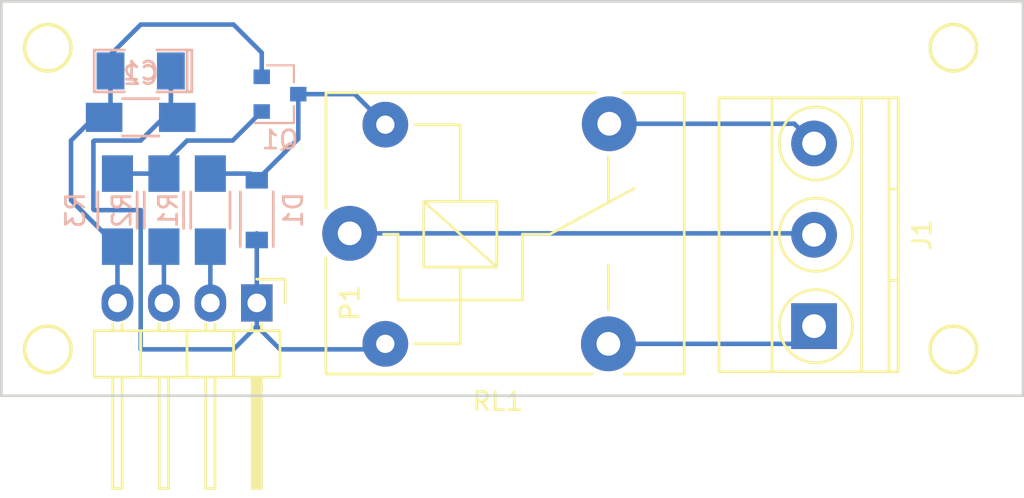
<source format=kicad_pcb>
(kicad_pcb (version 4) (host pcbnew 4.0.5)

  (general
    (links 18)
    (no_connects 0)
    (area 173.914999 76.124999 229.945001 97.865001)
    (thickness 1.6)
    (drawings 8)
    (tracks 51)
    (zones 0)
    (modules 10)
    (nets 10)
  )

  (page A4)
  (layers
    (0 F.Cu signal)
    (31 B.Cu signal)
    (32 B.Adhes user)
    (33 F.Adhes user)
    (34 B.Paste user)
    (35 F.Paste user)
    (36 B.SilkS user)
    (37 F.SilkS user)
    (38 B.Mask user)
    (39 F.Mask user)
    (40 Dwgs.User user)
    (41 Cmts.User user)
    (42 Eco1.User user)
    (43 Eco2.User user)
    (44 Edge.Cuts user)
    (45 Margin user)
    (46 B.CrtYd user)
    (47 F.CrtYd user)
    (48 B.Fab user)
    (49 F.Fab user)
  )

  (setup
    (last_trace_width 0.25)
    (trace_clearance 0.2)
    (zone_clearance 0.508)
    (zone_45_only no)
    (trace_min 0.2)
    (segment_width 0.2)
    (edge_width 0.15)
    (via_size 0.6)
    (via_drill 0.4)
    (via_min_size 0.4)
    (via_min_drill 0.3)
    (uvia_size 0.3)
    (uvia_drill 0.1)
    (uvias_allowed no)
    (uvia_min_size 0.2)
    (uvia_min_drill 0.1)
    (pcb_text_width 0.3)
    (pcb_text_size 1.5 1.5)
    (mod_edge_width 0.15)
    (mod_text_size 1 1)
    (mod_text_width 0.15)
    (pad_size 2.032 1.7272)
    (pad_drill 1.016)
    (pad_to_mask_clearance 0.2)
    (aux_axis_origin 173.99 97.79)
    (grid_origin 173.99 97.79)
    (visible_elements FFFFFF7F)
    (pcbplotparams
      (layerselection 0x00030_80000001)
      (usegerberextensions false)
      (excludeedgelayer true)
      (linewidth 0.100000)
      (plotframeref false)
      (viasonmask false)
      (mode 1)
      (useauxorigin false)
      (hpglpennumber 1)
      (hpglpenspeed 20)
      (hpglpendiameter 15)
      (hpglpenoverlay 2)
      (psnegative false)
      (psa4output false)
      (plotreference true)
      (plotvalue true)
      (plotinvisibletext false)
      (padsonsilk false)
      (subtractmaskfromsilk false)
      (outputformat 1)
      (mirror false)
      (drillshape 1)
      (scaleselection 1)
      (outputdirectory ""))
  )

  (net 0 "")
  (net 1 "Net-(C1-Pad1)")
  (net 2 GND)
  (net 3 "Net-(D1-Pad2)")
  (net 4 "Net-(P1-Pad3)")
  (net 5 "Net-(Q1-Pad1)")
  (net 6 "Net-(R1-Pad2)")
  (net 7 "Net-(J1-Pad3)")
  (net 8 "Net-(J1-Pad1)")
  (net 9 "Net-(J1-Pad2)")

  (net_class Default "Это класс цепей по умолчанию."
    (clearance 0.2)
    (trace_width 0.25)
    (via_dia 0.6)
    (via_drill 0.4)
    (uvia_dia 0.3)
    (uvia_drill 0.1)
    (add_net GND)
    (add_net "Net-(C1-Pad1)")
    (add_net "Net-(D1-Pad2)")
    (add_net "Net-(J1-Pad1)")
    (add_net "Net-(J1-Pad2)")
    (add_net "Net-(J1-Pad3)")
    (add_net "Net-(P1-Pad3)")
    (add_net "Net-(Q1-Pad1)")
    (add_net "Net-(R1-Pad2)")
  )

  (module SMD_Packages:SMD-1206_Pol (layer B.Cu) (tedit 5862F83D) (tstamp 5862F549)
    (at 181.61 80.01 180)
    (path /58632112)
    (attr smd)
    (fp_text reference C1 (at 0 0 180) (layer B.SilkS)
      (effects (font (size 1 1) (thickness 0.15)) (justify mirror))
    )
    (fp_text value 10,0 (at 0 0 180) (layer B.Fab) hide
      (effects (font (size 1 1) (thickness 0.15)) (justify mirror))
    )
    (fp_line (start -2.54 1.143) (end -2.794 1.143) (layer B.SilkS) (width 0.15))
    (fp_line (start -2.794 1.143) (end -2.794 -1.143) (layer B.SilkS) (width 0.15))
    (fp_line (start -2.794 -1.143) (end -2.54 -1.143) (layer B.SilkS) (width 0.15))
    (fp_line (start -2.54 1.143) (end -2.54 -1.143) (layer B.SilkS) (width 0.15))
    (fp_line (start -2.54 -1.143) (end -0.889 -1.143) (layer B.SilkS) (width 0.15))
    (fp_line (start 0.889 1.143) (end 2.54 1.143) (layer B.SilkS) (width 0.15))
    (fp_line (start 2.54 1.143) (end 2.54 -1.143) (layer B.SilkS) (width 0.15))
    (fp_line (start 2.54 -1.143) (end 0.889 -1.143) (layer B.SilkS) (width 0.15))
    (fp_line (start -0.889 1.143) (end -2.54 1.143) (layer B.SilkS) (width 0.15))
    (pad 1 smd rect (at -1.651 0 180) (size 1.524 2.032) (layers B.Cu B.Paste B.Mask)
      (net 1 "Net-(C1-Pad1)"))
    (pad 2 smd rect (at 1.651 0 180) (size 1.524 2.032) (layers B.Cu B.Paste B.Mask)
      (net 2 GND))
    (model SMD_Packages.3dshapes/SMD-1206_Pol.wrl
      (at (xyz 0 0 0))
      (scale (xyz 0.17 0.16 0.16))
      (rotate (xyz 0 0 0))
    )
  )

  (module Capacitors_SMD:C_1206_HandSoldering (layer B.Cu) (tedit 5862F836) (tstamp 5862F54F)
    (at 181.61 82.55 180)
    (descr "Capacitor SMD 1206, hand soldering")
    (tags "capacitor 1206")
    (path /586320BD)
    (attr smd)
    (fp_text reference C2 (at 0 2.3 180) (layer B.SilkS)
      (effects (font (size 1 1) (thickness 0.15)) (justify mirror))
    )
    (fp_text value 0,1 (at 0 -2.3 180) (layer B.Fab) hide
      (effects (font (size 1 1) (thickness 0.15)) (justify mirror))
    )
    (fp_line (start -1.6 -0.8) (end -1.6 0.8) (layer B.Fab) (width 0.15))
    (fp_line (start 1.6 -0.8) (end -1.6 -0.8) (layer B.Fab) (width 0.15))
    (fp_line (start 1.6 0.8) (end 1.6 -0.8) (layer B.Fab) (width 0.15))
    (fp_line (start -1.6 0.8) (end 1.6 0.8) (layer B.Fab) (width 0.15))
    (fp_line (start -3.3 1.15) (end 3.3 1.15) (layer B.CrtYd) (width 0.05))
    (fp_line (start -3.3 -1.15) (end 3.3 -1.15) (layer B.CrtYd) (width 0.05))
    (fp_line (start -3.3 1.15) (end -3.3 -1.15) (layer B.CrtYd) (width 0.05))
    (fp_line (start 3.3 1.15) (end 3.3 -1.15) (layer B.CrtYd) (width 0.05))
    (fp_line (start 1 1.025) (end -1 1.025) (layer B.SilkS) (width 0.15))
    (fp_line (start -1 -1.025) (end 1 -1.025) (layer B.SilkS) (width 0.15))
    (pad 1 smd rect (at -2 0 180) (size 2 1.6) (layers B.Cu B.Paste B.Mask)
      (net 1 "Net-(C1-Pad1)"))
    (pad 2 smd rect (at 2 0 180) (size 2 1.6) (layers B.Cu B.Paste B.Mask)
      (net 2 GND))
    (model Capacitors_SMD.3dshapes/C_1206_HandSoldering.wrl
      (at (xyz 0 0 0))
      (scale (xyz 1 1 1))
      (rotate (xyz 0 0 0))
    )
  )

  (module Diodes_SMD:SOD-123 (layer B.Cu) (tedit 5862F81F) (tstamp 5862F555)
    (at 187.96 87.63 90)
    (descr SOD-123)
    (tags SOD-123)
    (path /58631ECA)
    (attr smd)
    (fp_text reference D1 (at 0 2 90) (layer B.SilkS)
      (effects (font (size 1 1) (thickness 0.15)) (justify mirror))
    )
    (fp_text value 1N4148W (at 0 -2.1 90) (layer B.Fab) hide
      (effects (font (size 1 1) (thickness 0.15)) (justify mirror))
    )
    (fp_line (start 0.25 0) (end 0.75 0) (layer B.Fab) (width 0.15))
    (fp_line (start 0.25 -0.4) (end -0.35 0) (layer B.Fab) (width 0.15))
    (fp_line (start 0.25 0.4) (end 0.25 -0.4) (layer B.Fab) (width 0.15))
    (fp_line (start -0.35 0) (end 0.25 0.4) (layer B.Fab) (width 0.15))
    (fp_line (start -0.35 0) (end -0.35 -0.55) (layer B.Fab) (width 0.15))
    (fp_line (start -0.35 0) (end -0.35 0.55) (layer B.Fab) (width 0.15))
    (fp_line (start -0.75 0) (end -0.35 0) (layer B.Fab) (width 0.15))
    (fp_line (start -1.35 -0.8) (end -1.35 0.8) (layer B.Fab) (width 0.15))
    (fp_line (start 1.35 -0.8) (end -1.35 -0.8) (layer B.Fab) (width 0.15))
    (fp_line (start 1.35 0.8) (end 1.35 -0.8) (layer B.Fab) (width 0.15))
    (fp_line (start -1.35 0.8) (end 1.35 0.8) (layer B.Fab) (width 0.15))
    (fp_line (start -2.25 1.05) (end 2.25 1.05) (layer B.CrtYd) (width 0.05))
    (fp_line (start 2.25 1.05) (end 2.25 -1.05) (layer B.CrtYd) (width 0.05))
    (fp_line (start 2.25 -1.05) (end -2.25 -1.05) (layer B.CrtYd) (width 0.05))
    (fp_line (start -2.25 1.05) (end -2.25 -1.05) (layer B.CrtYd) (width 0.05))
    (fp_line (start -2 -0.9) (end 1 -0.9) (layer B.SilkS) (width 0.15))
    (fp_line (start -2 0.9) (end 1 0.9) (layer B.SilkS) (width 0.15))
    (pad 1 smd rect (at -1.635 0 90) (size 0.91 1.22) (layers B.Cu B.Paste B.Mask)
      (net 1 "Net-(C1-Pad1)"))
    (pad 2 smd rect (at 1.635 0 90) (size 0.91 1.22) (layers B.Cu B.Paste B.Mask)
      (net 3 "Net-(D1-Pad2)"))
    (model ${KISYS3DMOD}/Diodes_SMD.3dshapes/SOD-123.wrl
      (at (xyz 0 0 0))
      (scale (xyz 1 1 1))
      (rotate (xyz 0 0 0))
    )
  )

  (module Pin_Headers:Pin_Header_Angled_1x04 (layer F.Cu) (tedit 5862FF91) (tstamp 5862F55D)
    (at 187.96 92.71 270)
    (descr "Through hole pin header")
    (tags "pin header")
    (path /58632258)
    (fp_text reference P1 (at 0 -5.1 270) (layer F.SilkS)
      (effects (font (size 1 1) (thickness 0.15)))
    )
    (fp_text value CONN_01X04 (at 0 -3.1 270) (layer F.Fab) hide
      (effects (font (size 1 1) (thickness 0.15)))
    )
    (fp_line (start -1.5 -1.75) (end -1.5 9.4) (layer F.CrtYd) (width 0.05))
    (fp_line (start 10.65 -1.75) (end 10.65 9.4) (layer F.CrtYd) (width 0.05))
    (fp_line (start -1.5 -1.75) (end 10.65 -1.75) (layer F.CrtYd) (width 0.05))
    (fp_line (start -1.5 9.4) (end 10.65 9.4) (layer F.CrtYd) (width 0.05))
    (fp_line (start -1.3 -1.55) (end -1.3 0) (layer F.SilkS) (width 0.15))
    (fp_line (start 0 -1.55) (end -1.3 -1.55) (layer F.SilkS) (width 0.15))
    (fp_line (start 4.191 -0.127) (end 10.033 -0.127) (layer F.SilkS) (width 0.15))
    (fp_line (start 10.033 -0.127) (end 10.033 0.127) (layer F.SilkS) (width 0.15))
    (fp_line (start 10.033 0.127) (end 4.191 0.127) (layer F.SilkS) (width 0.15))
    (fp_line (start 4.191 0.127) (end 4.191 0) (layer F.SilkS) (width 0.15))
    (fp_line (start 4.191 0) (end 10.033 0) (layer F.SilkS) (width 0.15))
    (fp_line (start 1.524 -0.254) (end 1.143 -0.254) (layer F.SilkS) (width 0.15))
    (fp_line (start 1.524 0.254) (end 1.143 0.254) (layer F.SilkS) (width 0.15))
    (fp_line (start 1.524 2.286) (end 1.143 2.286) (layer F.SilkS) (width 0.15))
    (fp_line (start 1.524 2.794) (end 1.143 2.794) (layer F.SilkS) (width 0.15))
    (fp_line (start 1.524 4.826) (end 1.143 4.826) (layer F.SilkS) (width 0.15))
    (fp_line (start 1.524 5.334) (end 1.143 5.334) (layer F.SilkS) (width 0.15))
    (fp_line (start 1.524 7.874) (end 1.143 7.874) (layer F.SilkS) (width 0.15))
    (fp_line (start 1.524 7.366) (end 1.143 7.366) (layer F.SilkS) (width 0.15))
    (fp_line (start 1.524 -1.27) (end 4.064 -1.27) (layer F.SilkS) (width 0.15))
    (fp_line (start 1.524 1.27) (end 4.064 1.27) (layer F.SilkS) (width 0.15))
    (fp_line (start 1.524 1.27) (end 1.524 3.81) (layer F.SilkS) (width 0.15))
    (fp_line (start 1.524 3.81) (end 4.064 3.81) (layer F.SilkS) (width 0.15))
    (fp_line (start 4.064 2.286) (end 10.16 2.286) (layer F.SilkS) (width 0.15))
    (fp_line (start 10.16 2.286) (end 10.16 2.794) (layer F.SilkS) (width 0.15))
    (fp_line (start 10.16 2.794) (end 4.064 2.794) (layer F.SilkS) (width 0.15))
    (fp_line (start 4.064 3.81) (end 4.064 1.27) (layer F.SilkS) (width 0.15))
    (fp_line (start 4.064 1.27) (end 4.064 -1.27) (layer F.SilkS) (width 0.15))
    (fp_line (start 10.16 0.254) (end 4.064 0.254) (layer F.SilkS) (width 0.15))
    (fp_line (start 10.16 -0.254) (end 10.16 0.254) (layer F.SilkS) (width 0.15))
    (fp_line (start 4.064 -0.254) (end 10.16 -0.254) (layer F.SilkS) (width 0.15))
    (fp_line (start 1.524 1.27) (end 4.064 1.27) (layer F.SilkS) (width 0.15))
    (fp_line (start 1.524 -1.27) (end 1.524 1.27) (layer F.SilkS) (width 0.15))
    (fp_line (start 1.524 6.35) (end 4.064 6.35) (layer F.SilkS) (width 0.15))
    (fp_line (start 1.524 6.35) (end 1.524 8.89) (layer F.SilkS) (width 0.15))
    (fp_line (start 1.524 8.89) (end 4.064 8.89) (layer F.SilkS) (width 0.15))
    (fp_line (start 4.064 7.366) (end 10.16 7.366) (layer F.SilkS) (width 0.15))
    (fp_line (start 10.16 7.366) (end 10.16 7.874) (layer F.SilkS) (width 0.15))
    (fp_line (start 10.16 7.874) (end 4.064 7.874) (layer F.SilkS) (width 0.15))
    (fp_line (start 4.064 8.89) (end 4.064 6.35) (layer F.SilkS) (width 0.15))
    (fp_line (start 4.064 6.35) (end 4.064 3.81) (layer F.SilkS) (width 0.15))
    (fp_line (start 10.16 5.334) (end 4.064 5.334) (layer F.SilkS) (width 0.15))
    (fp_line (start 10.16 4.826) (end 10.16 5.334) (layer F.SilkS) (width 0.15))
    (fp_line (start 4.064 4.826) (end 10.16 4.826) (layer F.SilkS) (width 0.15))
    (fp_line (start 1.524 6.35) (end 4.064 6.35) (layer F.SilkS) (width 0.15))
    (fp_line (start 1.524 3.81) (end 1.524 6.35) (layer F.SilkS) (width 0.15))
    (fp_line (start 1.524 3.81) (end 4.064 3.81) (layer F.SilkS) (width 0.15))
    (pad 1 thru_hole rect (at 0 0 270) (size 2.032 1.7272) (drill 1.016) (layers *.Cu *.Mask)
      (net 1 "Net-(C1-Pad1)"))
    (pad 2 thru_hole oval (at 0 2.54 270) (size 2.032 1.7272) (drill 1.016) (layers *.Cu *.Mask)
      (net 6 "Net-(R1-Pad2)"))
    (pad 3 thru_hole oval (at 0 5.08 270) (size 2.032 1.7272) (drill 1.016) (layers *.Cu *.Mask)
      (net 4 "Net-(P1-Pad3)"))
    (pad 4 thru_hole oval (at 0 7.62 270) (size 2.032 1.7272) (drill 1.016) (layers *.Cu *.Mask)
      (net 2 GND))
    (model Pin_Headers.3dshapes/Pin_Header_Angled_1x04.wrl
      (at (xyz 0 -0.15 0))
      (scale (xyz 1 1 1))
      (rotate (xyz 0 0 90))
    )
  )

  (module TO_SOT_Packages_SMD:SOT-23 (layer B.Cu) (tedit 5862F82F) (tstamp 5862F564)
    (at 189.23 81.28)
    (descr "SOT-23, Standard")
    (tags SOT-23)
    (path /58631FB6)
    (attr smd)
    (fp_text reference Q1 (at 0 2.5) (layer B.SilkS)
      (effects (font (size 1 1) (thickness 0.15)) (justify mirror))
    )
    (fp_text value BC817-40 (at 0 -2.5) (layer B.Fab) hide
      (effects (font (size 1 1) (thickness 0.15)) (justify mirror))
    )
    (fp_line (start 0.76 -1.58) (end 0.76 -0.65) (layer B.SilkS) (width 0.12))
    (fp_line (start 0.76 1.58) (end 0.76 0.65) (layer B.SilkS) (width 0.12))
    (fp_line (start 0.7 1.52) (end 0.7 -1.52) (layer B.Fab) (width 0.15))
    (fp_line (start -0.7 -1.52) (end 0.7 -1.52) (layer B.Fab) (width 0.15))
    (fp_line (start -1.7 1.75) (end 1.7 1.75) (layer B.CrtYd) (width 0.05))
    (fp_line (start 1.7 1.75) (end 1.7 -1.75) (layer B.CrtYd) (width 0.05))
    (fp_line (start 1.7 -1.75) (end -1.7 -1.75) (layer B.CrtYd) (width 0.05))
    (fp_line (start -1.7 -1.75) (end -1.7 1.75) (layer B.CrtYd) (width 0.05))
    (fp_line (start 0.76 1.58) (end -1.4 1.58) (layer B.SilkS) (width 0.12))
    (fp_line (start -0.7 1.52) (end 0.7 1.52) (layer B.Fab) (width 0.15))
    (fp_line (start -0.7 1.52) (end -0.7 -1.52) (layer B.Fab) (width 0.15))
    (fp_line (start 0.76 -1.58) (end -0.7 -1.58) (layer B.SilkS) (width 0.12))
    (pad 1 smd rect (at -1 0.95) (size 0.9 0.8) (layers B.Cu B.Paste B.Mask)
      (net 5 "Net-(Q1-Pad1)"))
    (pad 2 smd rect (at -1 -0.95) (size 0.9 0.8) (layers B.Cu B.Paste B.Mask)
      (net 2 GND))
    (pad 3 smd rect (at 1 0) (size 0.9 0.8) (layers B.Cu B.Paste B.Mask)
      (net 3 "Net-(D1-Pad2)"))
    (model TO_SOT_Packages_SMD.3dshapes/SOT-23.wrl
      (at (xyz 0 0 0))
      (scale (xyz 1 1 1))
      (rotate (xyz 0 0 90))
    )
  )

  (module Resistors_SMD:R_1206_HandSoldering (layer B.Cu) (tedit 5862F816) (tstamp 5862F56A)
    (at 185.42 87.63 270)
    (descr "Resistor SMD 1206, hand soldering")
    (tags "resistor 1206")
    (path /58632364)
    (attr smd)
    (fp_text reference R1 (at 0 2.3 270) (layer B.SilkS)
      (effects (font (size 1 1) (thickness 0.15)) (justify mirror))
    )
    (fp_text value 1k (at 0 -2.3 270) (layer B.Fab) hide
      (effects (font (size 1 1) (thickness 0.15)) (justify mirror))
    )
    (fp_line (start -1.6 -0.8) (end -1.6 0.8) (layer B.Fab) (width 0.1))
    (fp_line (start 1.6 -0.8) (end -1.6 -0.8) (layer B.Fab) (width 0.1))
    (fp_line (start 1.6 0.8) (end 1.6 -0.8) (layer B.Fab) (width 0.1))
    (fp_line (start -1.6 0.8) (end 1.6 0.8) (layer B.Fab) (width 0.1))
    (fp_line (start -3.3 1.2) (end 3.3 1.2) (layer B.CrtYd) (width 0.05))
    (fp_line (start -3.3 -1.2) (end 3.3 -1.2) (layer B.CrtYd) (width 0.05))
    (fp_line (start -3.3 1.2) (end -3.3 -1.2) (layer B.CrtYd) (width 0.05))
    (fp_line (start 3.3 1.2) (end 3.3 -1.2) (layer B.CrtYd) (width 0.05))
    (fp_line (start 1 -1.075) (end -1 -1.075) (layer B.SilkS) (width 0.15))
    (fp_line (start -1 1.075) (end 1 1.075) (layer B.SilkS) (width 0.15))
    (pad 1 smd rect (at -2 0 270) (size 2 1.7) (layers B.Cu B.Paste B.Mask)
      (net 3 "Net-(D1-Pad2)"))
    (pad 2 smd rect (at 2 0 270) (size 2 1.7) (layers B.Cu B.Paste B.Mask)
      (net 6 "Net-(R1-Pad2)"))
    (model Resistors_SMD.3dshapes/R_1206_HandSoldering.wrl
      (at (xyz 0 0 0))
      (scale (xyz 1 1 1))
      (rotate (xyz 0 0 0))
    )
  )

  (module Resistors_SMD:R_1206_HandSoldering (layer B.Cu) (tedit 5862F80C) (tstamp 5862F570)
    (at 182.88 87.63 270)
    (descr "Resistor SMD 1206, hand soldering")
    (tags "resistor 1206")
    (path /58632086)
    (attr smd)
    (fp_text reference R2 (at 0 2.3 270) (layer B.SilkS)
      (effects (font (size 1 1) (thickness 0.15)) (justify mirror))
    )
    (fp_text value 560 (at 0 -2.3 270) (layer B.Fab) hide
      (effects (font (size 1 1) (thickness 0.15)) (justify mirror))
    )
    (fp_line (start -1.6 -0.8) (end -1.6 0.8) (layer B.Fab) (width 0.1))
    (fp_line (start 1.6 -0.8) (end -1.6 -0.8) (layer B.Fab) (width 0.1))
    (fp_line (start 1.6 0.8) (end 1.6 -0.8) (layer B.Fab) (width 0.1))
    (fp_line (start -1.6 0.8) (end 1.6 0.8) (layer B.Fab) (width 0.1))
    (fp_line (start -3.3 1.2) (end 3.3 1.2) (layer B.CrtYd) (width 0.05))
    (fp_line (start -3.3 -1.2) (end 3.3 -1.2) (layer B.CrtYd) (width 0.05))
    (fp_line (start -3.3 1.2) (end -3.3 -1.2) (layer B.CrtYd) (width 0.05))
    (fp_line (start 3.3 1.2) (end 3.3 -1.2) (layer B.CrtYd) (width 0.05))
    (fp_line (start 1 -1.075) (end -1 -1.075) (layer B.SilkS) (width 0.15))
    (fp_line (start -1 1.075) (end 1 1.075) (layer B.SilkS) (width 0.15))
    (pad 1 smd rect (at -2 0 270) (size 2 1.7) (layers B.Cu B.Paste B.Mask)
      (net 5 "Net-(Q1-Pad1)"))
    (pad 2 smd rect (at 2 0 270) (size 2 1.7) (layers B.Cu B.Paste B.Mask)
      (net 4 "Net-(P1-Pad3)"))
    (model Resistors_SMD.3dshapes/R_1206_HandSoldering.wrl
      (at (xyz 0 0 0))
      (scale (xyz 1 1 1))
      (rotate (xyz 0 0 0))
    )
  )

  (module Resistors_SMD:R_1206_HandSoldering (layer B.Cu) (tedit 5862F7DE) (tstamp 5862F576)
    (at 180.34 87.63 270)
    (descr "Resistor SMD 1206, hand soldering")
    (tags "resistor 1206")
    (path /58632011)
    (attr smd)
    (fp_text reference R3 (at 0 2.3 270) (layer B.SilkS)
      (effects (font (size 1 1) (thickness 0.15)) (justify mirror))
    )
    (fp_text value 10k (at 0 -2.3 270) (layer B.Fab) hide
      (effects (font (size 1 1) (thickness 0.15)) (justify mirror))
    )
    (fp_line (start -1.6 -0.8) (end -1.6 0.8) (layer B.Fab) (width 0.1))
    (fp_line (start 1.6 -0.8) (end -1.6 -0.8) (layer B.Fab) (width 0.1))
    (fp_line (start 1.6 0.8) (end 1.6 -0.8) (layer B.Fab) (width 0.1))
    (fp_line (start -1.6 0.8) (end 1.6 0.8) (layer B.Fab) (width 0.1))
    (fp_line (start -3.3 1.2) (end 3.3 1.2) (layer B.CrtYd) (width 0.05))
    (fp_line (start -3.3 -1.2) (end 3.3 -1.2) (layer B.CrtYd) (width 0.05))
    (fp_line (start -3.3 1.2) (end -3.3 -1.2) (layer B.CrtYd) (width 0.05))
    (fp_line (start 3.3 1.2) (end 3.3 -1.2) (layer B.CrtYd) (width 0.05))
    (fp_line (start 1 -1.075) (end -1 -1.075) (layer B.SilkS) (width 0.15))
    (fp_line (start -1 1.075) (end 1 1.075) (layer B.SilkS) (width 0.15))
    (pad 1 smd rect (at -2 0 270) (size 2 1.7) (layers B.Cu B.Paste B.Mask)
      (net 5 "Net-(Q1-Pad1)"))
    (pad 2 smd rect (at 2 0 270) (size 2 1.7) (layers B.Cu B.Paste B.Mask)
      (net 2 GND))
    (model Resistors_SMD.3dshapes/R_1206_HandSoldering.wrl
      (at (xyz 0 0 0))
      (scale (xyz 1 1 1))
      (rotate (xyz 0 0 0))
    )
  )

  (module Relays_THT:Relay_SANYOU_SRD_Series_Form_C (layer F.Cu) (tedit 5862FE1D) (tstamp 5862F57F)
    (at 193.04 88.9)
    (descr "relay, Sanyou SRD series Form C")
    (path /58631D62)
    (fp_text reference RL1 (at 8.1 9.2) (layer F.SilkS)
      (effects (font (size 1 1) (thickness 0.15)))
    )
    (fp_text value RM50-xx11 (at 8 -9.6) (layer F.Fab) hide
      (effects (font (size 1 1) (thickness 0.15)))
    )
    (fp_line (start 15 7.7) (end 18.3 7.7) (layer F.SilkS) (width 0.15))
    (fp_line (start 18.3 7.7) (end 18.3 -7.7) (layer F.SilkS) (width 0.15))
    (fp_line (start 18.3 -7.7) (end 14.95 -7.7) (layer F.SilkS) (width 0.15))
    (fp_line (start -1.3 1.35) (end -1.3 7.7) (layer F.SilkS) (width 0.15))
    (fp_line (start -1.3 7.7) (end 13.25 7.7) (layer F.SilkS) (width 0.15))
    (fp_line (start -1.3 -1.4) (end -1.3 -7.7) (layer F.SilkS) (width 0.15))
    (fp_line (start -1.3 -7.7) (end 13.45 -7.7) (layer F.SilkS) (width 0.15))
    (fp_line (start -1.3 -7.65) (end -1.3 -1.4) (layer F.SilkS) (width 0.15))
    (fp_line (start 14.15 4.2) (end 14.15 1.75) (layer F.SilkS) (width 0.15))
    (fp_line (start 14.15 -4.2) (end 14.15 -1.7) (layer F.SilkS) (width 0.15))
    (fp_line (start 3.55 6.05) (end 6.05 6.05) (layer F.SilkS) (width 0.15))
    (fp_line (start 2.65 0.05) (end 1.85 0.05) (layer F.SilkS) (width 0.15))
    (fp_line (start 6.05 -5.95) (end 3.55 -5.95) (layer F.SilkS) (width 0.15))
    (fp_line (start 9.45 0.05) (end 10.95 0.05) (layer F.SilkS) (width 0.15))
    (fp_line (start 10.95 0.05) (end 15.55 -2.45) (layer F.SilkS) (width 0.15))
    (fp_line (start 9.45 3.65) (end 2.65 3.65) (layer F.SilkS) (width 0.15))
    (fp_line (start 9.45 0.05) (end 9.45 3.65) (layer F.SilkS) (width 0.15))
    (fp_line (start 2.65 0.05) (end 2.65 3.65) (layer F.SilkS) (width 0.15))
    (fp_line (start 6.05 -5.95) (end 6.05 -1.75) (layer F.SilkS) (width 0.15))
    (fp_line (start 6.05 1.85) (end 6.05 6.05) (layer F.SilkS) (width 0.15))
    (fp_line (start 8.05 1.85) (end 4.05 -1.75) (layer F.SilkS) (width 0.15))
    (fp_line (start 4.05 1.85) (end 4.05 -1.75) (layer F.SilkS) (width 0.15))
    (fp_line (start 4.05 -1.75) (end 8.05 -1.75) (layer F.SilkS) (width 0.15))
    (fp_line (start 8.05 -1.75) (end 8.05 1.85) (layer F.SilkS) (width 0.15))
    (fp_line (start 8.05 1.85) (end 4.05 1.85) (layer F.SilkS) (width 0.15))
    (pad 2 thru_hole circle (at 1.95 6.05 90) (size 2.5 2.5) (drill 1) (layers *.Cu *.Mask)
      (net 1 "Net-(C1-Pad1)"))
    (pad 3 thru_hole circle (at 14.15 6.05 90) (size 3 3) (drill 1.3) (layers *.Cu *.Mask)
      (net 8 "Net-(J1-Pad1)"))
    (pad 4 thru_hole circle (at 14.2 -6 90) (size 3 3) (drill 1.3) (layers *.Cu *.Mask)
      (net 7 "Net-(J1-Pad3)"))
    (pad 5 thru_hole circle (at 1.95 -5.95 90) (size 2.5 2.5) (drill 1) (layers *.Cu *.Mask)
      (net 3 "Net-(D1-Pad2)"))
    (pad 1 thru_hole circle (at 0 0 90) (size 3 3) (drill 1.3) (layers *.Cu *.Mask)
      (net 9 "Net-(J1-Pad2)"))
    (model Relays_ThroughHole.3dshapes/Relay_SANYOU_SRD_Series_Form_C.wrl
      (at (xyz 0 0 0))
      (scale (xyz 1 1 1))
      (rotate (xyz 0 0 0))
    )
  )

  (module Connectors_Terminal_Blocks:TerminalBlock_Pheonix_MKDS1.5-3pol (layer F.Cu) (tedit 5862FB91) (tstamp 5862F605)
    (at 218.44 93.98 90)
    (descr "3-way 5mm pitch terminal block, Phoenix MKDS series")
    (path /5863257C)
    (fp_text reference J1 (at 5 5.9 90) (layer F.SilkS)
      (effects (font (size 1 1) (thickness 0.15)))
    )
    (fp_text value Screw_Terminal_1x03 (at 5 -6.6 90) (layer F.Fab) hide
      (effects (font (size 1 1) (thickness 0.15)))
    )
    (fp_line (start -2.7 4.8) (end -2.7 -5.4) (layer F.CrtYd) (width 0.05))
    (fp_line (start 12.7 4.8) (end -2.7 4.8) (layer F.CrtYd) (width 0.05))
    (fp_line (start 12.7 -5.4) (end 12.7 4.8) (layer F.CrtYd) (width 0.05))
    (fp_line (start -2.7 -5.4) (end 12.7 -5.4) (layer F.CrtYd) (width 0.05))
    (fp_circle (center 10 0.1) (end 8 0.1) (layer F.SilkS) (width 0.15))
    (fp_line (start 7.5 4.1) (end 7.5 4.6) (layer F.SilkS) (width 0.15))
    (fp_line (start 2.5 4.1) (end 2.5 4.6) (layer F.SilkS) (width 0.15))
    (fp_circle (center 5 0.1) (end 3 0.1) (layer F.SilkS) (width 0.15))
    (fp_circle (center 0 0.1) (end 2 0.1) (layer F.SilkS) (width 0.15))
    (fp_line (start -2.5 2.6) (end 12.5 2.6) (layer F.SilkS) (width 0.15))
    (fp_line (start -2.5 -2.3) (end 12.5 -2.3) (layer F.SilkS) (width 0.15))
    (fp_line (start -2.5 4.1) (end 12.5 4.1) (layer F.SilkS) (width 0.15))
    (fp_line (start -2.5 4.6) (end 12.5 4.6) (layer F.SilkS) (width 0.15))
    (fp_line (start 12.5 4.6) (end 12.5 -5.2) (layer F.SilkS) (width 0.15))
    (fp_line (start 12.5 -5.2) (end -2.5 -5.2) (layer F.SilkS) (width 0.15))
    (fp_line (start -2.5 -5.2) (end -2.5 4.6) (layer F.SilkS) (width 0.15))
    (pad 3 thru_hole circle (at 10 0 90) (size 2.5 2.5) (drill 1.3) (layers *.Cu *.Mask)
      (net 7 "Net-(J1-Pad3)"))
    (pad 1 thru_hole rect (at 0 0 90) (size 2.5 2.5) (drill 1.3) (layers *.Cu *.Mask)
      (net 8 "Net-(J1-Pad1)"))
    (pad 2 thru_hole circle (at 5 0 90) (size 2.5 2.5) (drill 1.3) (layers *.Cu *.Mask)
      (net 9 "Net-(J1-Pad2)"))
    (model Terminal_Blocks.3dshapes/TerminalBlock_Pheonix_MKDS1.5-3pol.wrl
      (at (xyz 0.1968 0 0))
      (scale (xyz 1 1 1))
      (rotate (xyz 0 0 0))
    )
  )

  (gr_circle (center 176.53 78.74) (end 175.26 78.74) (layer F.SilkS) (width 0.2))
  (gr_circle (center 176.53 95.25) (end 175.26 95.25) (layer F.SilkS) (width 0.2))
  (gr_circle (center 226.06 78.74) (end 227.33 78.74) (layer F.SilkS) (width 0.2))
  (gr_circle (center 226.06 95.25) (end 226.06 96.52) (layer F.SilkS) (width 0.2))
  (gr_line (start 173.99 76.2) (end 173.99 97.79) (angle 90) (layer Edge.Cuts) (width 0.15))
  (gr_line (start 229.87 76.2) (end 173.99 76.2) (angle 90) (layer Edge.Cuts) (width 0.15))
  (gr_line (start 229.87 97.79) (end 229.87 76.2) (angle 90) (layer Edge.Cuts) (width 0.15))
  (gr_line (start 173.99 97.79) (end 229.87 97.79) (angle 90) (layer Edge.Cuts) (width 0.15))

  (segment (start 194.99 94.95) (end 194.61 94.95) (width 0.25) (layer B.Cu) (net 1))
  (segment (start 194.61 94.95) (end 194.31 95.25) (width 0.25) (layer B.Cu) (net 1) (tstamp 5862FE36))
  (segment (start 194.31 95.25) (end 189.23 95.25) (width 0.25) (layer B.Cu) (net 1) (tstamp 5862FE3A))
  (segment (start 189.23 95.25) (end 187.96 93.98) (width 0.25) (layer B.Cu) (net 1) (tstamp 5862FE3C))
  (segment (start 187.96 93.98) (end 187.96 92.71) (width 0.25) (layer B.Cu) (net 1) (tstamp 5862FD7A))
  (segment (start 186.69 95.25) (end 187.96 93.98) (width 0.25) (layer B.Cu) (net 1) (tstamp 5862FD77))
  (segment (start 181.61 95.25) (end 186.69 95.25) (width 0.25) (layer B.Cu) (net 1) (tstamp 5862FD71))
  (segment (start 181.61 87.63) (end 181.61 95.25) (width 0.25) (layer B.Cu) (net 1) (tstamp 5862FD6E))
  (segment (start 179.07 87.63) (end 181.61 87.63) (width 0.25) (layer B.Cu) (net 1) (tstamp 5862FD6C))
  (segment (start 179.023199 87.583199) (end 179.07 87.63) (width 0.25) (layer B.Cu) (net 1) (tstamp 5862FD6A))
  (segment (start 179.023199 83.866801) (end 179.023199 87.583199) (width 0.25) (layer B.Cu) (net 1) (tstamp 5862FD66))
  (segment (start 179.07 83.82) (end 179.023199 83.866801) (width 0.25) (layer B.Cu) (net 1) (tstamp 5862FD64))
  (segment (start 181.61 83.82) (end 179.07 83.82) (width 0.25) (layer B.Cu) (net 1) (tstamp 5862FD4C))
  (segment (start 182.88 82.55) (end 181.61 83.82) (width 0.25) (layer B.Cu) (net 1) (tstamp 5862FD4B))
  (segment (start 183.61 82.55) (end 182.88 82.55) (width 0.25) (layer B.Cu) (net 1))
  (segment (start 183.61 82.55) (end 184.15 82.55) (width 0.25) (layer B.Cu) (net 1))
  (segment (start 187.96 88.9) (end 187.96 89.265) (width 0.25) (layer B.Cu) (net 1) (tstamp 5862FB07))
  (segment (start 183.261 80.01) (end 183.261 82.201) (width 0.25) (layer B.Cu) (net 1))
  (segment (start 183.261 82.201) (end 183.61 82.55) (width 0.25) (layer B.Cu) (net 1) (tstamp 5862FA84))
  (segment (start 187.96 89.265) (end 187.96 92.71) (width 0.25) (layer B.Cu) (net 1))
  (segment (start 179.61 82.55) (end 179.07 82.55) (width 0.25) (layer B.Cu) (net 2))
  (segment (start 179.07 82.55) (end 177.8 83.82) (width 0.25) (layer B.Cu) (net 2) (tstamp 5862FAC9))
  (segment (start 177.8 87.09) (end 180.34 89.63) (width 0.25) (layer B.Cu) (net 2) (tstamp 5862FAD3))
  (segment (start 177.8 83.82) (end 177.8 87.09) (width 0.25) (layer B.Cu) (net 2) (tstamp 5862FACE))
  (segment (start 179.959 80.01) (end 179.959 79.121) (width 0.25) (layer B.Cu) (net 2))
  (segment (start 179.959 79.121) (end 181.61 77.47) (width 0.25) (layer B.Cu) (net 2) (tstamp 5862FAAF))
  (segment (start 188.23 79.01) (end 188.23 80.33) (width 0.25) (layer B.Cu) (net 2) (tstamp 5862FABB))
  (segment (start 186.69 77.47) (end 188.23 79.01) (width 0.25) (layer B.Cu) (net 2) (tstamp 5862FAB9))
  (segment (start 181.61 77.47) (end 186.69 77.47) (width 0.25) (layer B.Cu) (net 2) (tstamp 5862FAB3))
  (segment (start 179.959 80.01) (end 179.959 82.201) (width 0.25) (layer B.Cu) (net 2))
  (segment (start 179.959 82.201) (end 179.61 82.55) (width 0.25) (layer B.Cu) (net 2) (tstamp 5862FA80))
  (segment (start 180.34 89.63) (end 180.34 92.71) (width 0.25) (layer B.Cu) (net 2))
  (segment (start 190.23 81.28) (end 193.32 81.28) (width 0.25) (layer B.Cu) (net 3))
  (segment (start 193.32 81.28) (end 194.99 82.95) (width 0.25) (layer B.Cu) (net 3) (tstamp 5862FE25))
  (segment (start 190.23 81.28) (end 190.23 83.725) (width 0.25) (layer B.Cu) (net 3))
  (segment (start 190.23 83.725) (end 187.96 85.995) (width 0.25) (layer B.Cu) (net 3) (tstamp 5862FA34))
  (segment (start 185.42 85.63) (end 187.595 85.63) (width 0.25) (layer B.Cu) (net 3))
  (segment (start 187.595 85.63) (end 187.96 85.995) (width 0.25) (layer B.Cu) (net 3) (tstamp 5862FA2C))
  (segment (start 182.88 89.63) (end 182.88 92.71) (width 0.25) (layer B.Cu) (net 4))
  (segment (start 182.88 85.63) (end 182.88 85.09) (width 0.25) (layer B.Cu) (net 5))
  (segment (start 182.88 85.09) (end 184.15 83.82) (width 0.25) (layer B.Cu) (net 5) (tstamp 5862FA73))
  (segment (start 186.64 83.82) (end 188.23 82.23) (width 0.25) (layer B.Cu) (net 5) (tstamp 5862FA79))
  (segment (start 184.15 83.82) (end 186.64 83.82) (width 0.25) (layer B.Cu) (net 5) (tstamp 5862FA77))
  (segment (start 180.34 85.63) (end 182.88 85.63) (width 0.25) (layer B.Cu) (net 5))
  (segment (start 185.42 89.63) (end 185.42 92.71) (width 0.25) (layer B.Cu) (net 6) (status C00000))
  (segment (start 207.24 82.9) (end 217.36 82.9) (width 0.25) (layer B.Cu) (net 7))
  (segment (start 217.36 82.9) (end 218.44 83.98) (width 0.25) (layer B.Cu) (net 7) (tstamp 5862FDFD))
  (segment (start 207.19 94.95) (end 217.47 94.95) (width 0.25) (layer B.Cu) (net 8))
  (segment (start 217.47 94.95) (end 218.44 93.98) (width 0.25) (layer B.Cu) (net 8) (tstamp 5862FDFA))
  (segment (start 193.04 88.9) (end 218.36 88.9) (width 0.25) (layer B.Cu) (net 9))
  (segment (start 218.36 88.9) (end 218.44 88.98) (width 0.25) (layer B.Cu) (net 9) (tstamp 5862FDF7))

)

</source>
